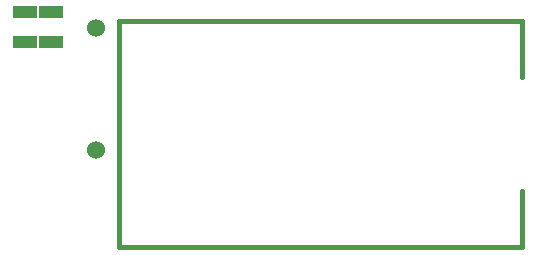
<source format=gtp>
G04 MADE WITH FRITZING*
G04 WWW.FRITZING.ORG*
G04 DOUBLE SIDED*
G04 HOLES PLATED*
G04 CONTOUR ON CENTER OF CONTOUR VECTOR*
%ASAXBY*%
%FSLAX23Y23*%
%MOIN*%
%OFA0B0*%
%SFA1.0B1.0*%
%ADD10C,0.033222*%
%ADD11C,0.060000*%
%ADD12R,0.078740X0.039370*%
%ADD13C,0.015436*%
%ADD14R,0.001000X0.001000*%
%LNPASTEMASK1*%
G90*
G70*
G54D10*
X1564Y469D03*
G54D11*
X1564Y469D03*
G54D10*
X1564Y876D03*
G54D11*
X1564Y876D03*
G54D12*
X1327Y929D03*
X1414Y829D03*
X1414Y929D03*
X1327Y829D03*
G54D13*
X2986Y898D02*
X1643Y898D01*
D02*
X1643Y898D02*
X1643Y146D01*
D02*
X1643Y146D02*
X2986Y146D01*
D02*
X2986Y898D02*
X2986Y712D01*
D02*
X2986Y331D02*
X2986Y146D01*
G54D14*
D02*
G04 End of PasteMask1*
M02*
</source>
